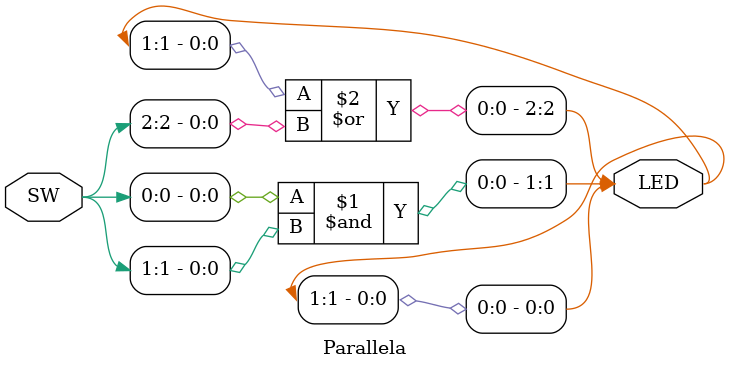
<source format=v>


module Parallela(
    input [2:0] SW,
    output [2:0] LED
    );
    
    assign LED[0]=SW[0]&SW[1];
    assign LED[2]=LED[1]|SW[2];
    assign LED[1]=LED[0];
    
endmodule

</source>
